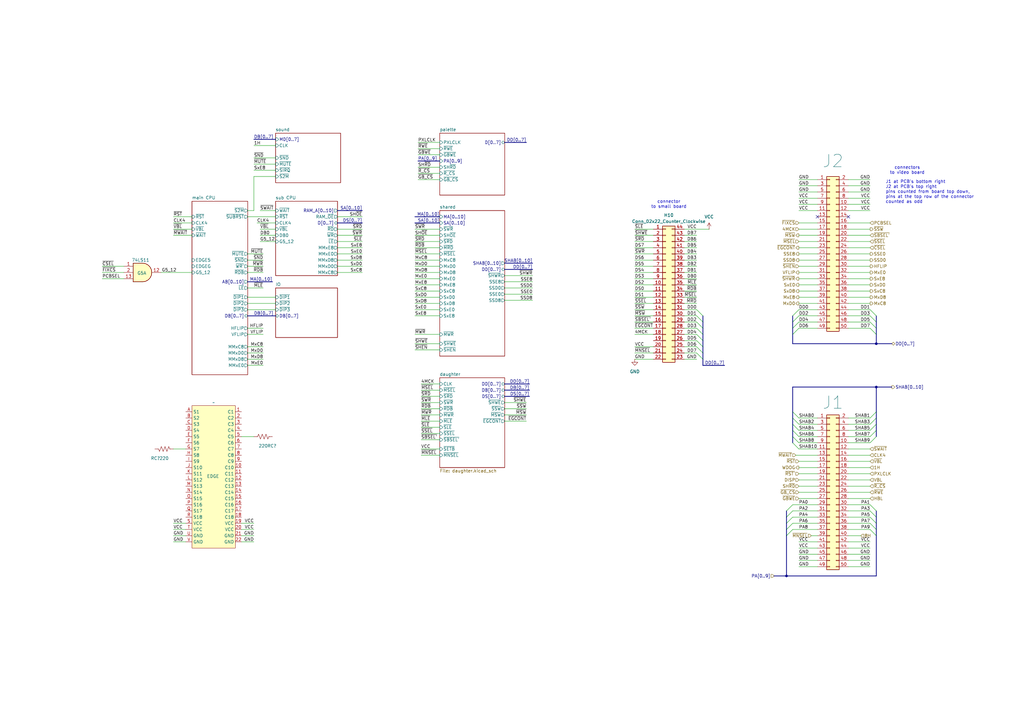
<source format=kicad_sch>
(kicad_sch (version 20231120) (generator "eeschema") (generator_version "8.0")
  (paper "A3")
  (title_block (date "2024-10-12") (company "JOTEGO") (comment 1 "Jose Tejada"))
  (lib_symbols
    (symbol "Connector_Generic:Conn_02x22_Counter_Clockwise" (pin_names (offset 1.016) hide)
      (property "Reference" "J" (at 1.27 27.94 0))
      (property "Value" "Conn_02x22_Counter_Clockwise" (at 1.27 -30.48 0))
      (symbol "Conn_02x22_Counter_Clockwise_1_1"
        (pin passive line (at -5.08 25.4 0) (length 3.81) (name "Pin_1") (number "1"))
        (pin passive line (at -5.08 2.54 0) (length 3.81) (name "Pin_10") (number "10"))
        (pin passive line (at -5.08 0 0) (length 3.81) (name "Pin_11") (number "11"))
        (pin passive line (at -5.08 -2.54 0) (length 3.81) (name "Pin_12") (number "12"))
        (pin passive line (at -5.08 -5.08 0) (length 3.81) (name "Pin_13") (number "13"))
        (pin passive line (at -5.08 -7.62 0) (length 3.81) (name "Pin_14") (number "14"))
        (pin passive line (at -5.08 -10.16 0) (length 3.81) (name "Pin_15") (number "15"))
        (pin passive line (at -5.08 -12.7 0) (length 3.81) (name "Pin_16") (number "16"))
        (pin passive line (at -5.08 -15.24 0) (length 3.81) (name "Pin_17") (number "17"))
        (pin passive line (at -5.08 -17.78 0) (length 3.81) (name "Pin_18") (number "18"))
        (pin passive line (at -5.08 -20.32 0) (length 3.81) (name "Pin_19") (number "19"))
        (pin passive line (at -5.08 22.86 0) (length 3.81) (name "Pin_2") (number "2"))
        (pin passive line (at -5.08 -22.86 0) (length 3.81) (name "Pin_20") (number "20"))
        (pin passive line (at -5.08 -25.4 0) (length 3.81) (name "Pin_21") (number "21"))
        (pin passive line (at -5.08 -27.94 0) (length 3.81) (name "Pin_22") (number "22"))
        (pin passive line (at 7.62 -27.94 180) (length 3.81) (name "Pin_23") (number "23"))
        (pin passive line (at 7.62 -25.4 180) (length 3.81) (name "Pin_24") (number "24"))
        (pin passive line (at 7.62 -22.86 180) (length 3.81) (name "Pin_25") (number "25"))
        (pin passive line (at 7.62 -20.32 180) (length 3.81) (name "Pin_26") (number "26"))
        (pin passive line (at 7.62 -17.78 180) (length 3.81) (name "Pin_27") (number "27"))
        (pin passive line (at 7.62 -15.24 180) (length 3.81) (name "Pin_28") (number "28"))
        (pin passive line (at 7.62 -12.7 180) (length 3.81) (name "Pin_29") (number "29"))
        (pin passive line (at -5.08 20.32 0) (length 3.81) (name "Pin_3") (number "3"))
        (pin passive line (at 7.62 -10.16 180) (length 3.81) (name "Pin_30") (number "30"))
        (pin passive line (at 7.62 -7.62 180) (length 3.81) (name "Pin_31") (number "31"))
        (pin passive line (at 7.62 -5.08 180) (length 3.81) (name "Pin_32") (number "32"))
        (pin passive line (at 7.62 -2.54 180) (length 3.81) (name "Pin_33") (number "33"))
        (pin passive line (at 7.62 0 180) (length 3.81) (name "Pin_34") (number "34"))
        (pin passive line (at 7.62 2.54 180) (length 3.81) (name "Pin_35") (number "35"))
        (pin passive line (at 7.62 5.08 180) (length 3.81) (name "Pin_36") (number "36"))
        (pin passive line (at 7.62 7.62 180) (length 3.81) (name "Pin_37") (number "37"))
        (pin passive line (at 7.62 10.16 180) (length 3.81) (name "Pin_38") (number "38"))
        (pin passive line (at 7.62 12.7 180) (length 3.81) (name "Pin_39") (number "39"))
        (pin passive line (at -5.08 17.78 0) (length 3.81) (name "Pin_4") (number "4"))
        (pin passive line (at 7.62 15.24 180) (length 3.81) (name "Pin_40") (number "40"))
        (pin passive line (at 7.62 17.78 180) (length 3.81) (name "Pin_41") (number "41"))
        (pin passive line (at 7.62 20.32 180) (length 3.81) (name "Pin_42") (number "42"))
        (pin passive line (at 7.62 22.86 180) (length 3.81) (name "Pin_43") (number "43"))
        (pin passive line (at 7.62 25.4 180) (length 3.81) (name "Pin_44") (number "44"))
        (pin passive line (at -5.08 15.24 0) (length 3.81) (name "Pin_5") (number "5"))
        (pin passive line (at -5.08 12.7 0) (length 3.81) (name "Pin_6") (number "6"))
        (pin passive line (at -5.08 10.16 0) (length 3.81) (name "Pin_7") (number "7"))
        (pin passive line (at -5.08 7.62 0) (length 3.81) (name "Pin_8") (number "8"))
        (pin passive line (at -5.08 5.08 0) (length 3.81) (name "Pin_9") (number "9"))
      )
    )
    (symbol "Connector_Generic:Conn_02x25_Odd_Even" (pin_names (offset 1.016) hide)
      (property "Reference" "J" (at 1.27 33.02 0))
      (property "Value" "Conn_02x25_Odd_Even" (at 1.27 -33.02 0))
      (symbol "Conn_02x25_Odd_Even_1_1"
        (pin passive line (at -5.08 30.48 0) (length 3.81) (name "Pin_1") (number "1"))
        (pin passive line (at 7.62 20.32 180) (length 3.81) (name "Pin_10") (number "10"))
        (pin passive line (at -5.08 17.78 0) (length 3.81) (name "Pin_11") (number "11"))
        (pin passive line (at 7.62 17.78 180) (length 3.81) (name "Pin_12") (number "12"))
        (pin passive line (at -5.08 15.24 0) (length 3.81) (name "Pin_13") (number "13"))
        (pin passive line (at 7.62 15.24 180) (length 3.81) (name "Pin_14") (number "14"))
        (pin passive line (at -5.08 12.7 0) (length 3.81) (name "Pin_15") (number "15"))
        (pin passive line (at 7.62 12.7 180) (length 3.81) (name "Pin_16") (number "16"))
        (pin passive line (at -5.08 10.16 0) (length 3.81) (name "Pin_17") (number "17"))
        (pin passive line (at 7.62 10.16 180) (length 3.81) (name "Pin_18") (number "18"))
        (pin passive line (at -5.08 7.62 0) (length 3.81) (name "Pin_19") (number "19"))
        (pin passive line (at 7.62 30.48 180) (length 3.81) (name "Pin_2") (number "2"))
        (pin passive line (at 7.62 7.62 180) (length 3.81) (name "Pin_20") (number "20"))
        (pin passive line (at -5.08 5.08 0) (length 3.81) (name "Pin_21") (number "21"))
        (pin passive line (at 7.62 5.08 180) (length 3.81) (name "Pin_22") (number "22"))
        (pin passive line (at -5.08 2.54 0) (length 3.81) (name "Pin_23") (number "23"))
        (pin passive line (at 7.62 2.54 180) (length 3.81) (name "Pin_24") (number "24"))
        (pin passive line (at -5.08 0 0) (length 3.81) (name "Pin_25") (number "25"))
        (pin passive line (at 7.62 0 180) (length 3.81) (name "Pin_26") (number "26"))
        (pin passive line (at -5.08 -2.54 0) (length 3.81) (name "Pin_27") (number "27"))
        (pin passive line (at 7.62 -2.54 180) (length 3.81) (name "Pin_28") (number "28"))
        (pin passive line (at -5.08 -5.08 0) (length 3.81) (name "Pin_29") (number "29"))
        (pin passive line (at -5.08 27.94 0) (length 3.81) (name "Pin_3") (number "3"))
        (pin passive line (at 7.62 -5.08 180) (length 3.81) (name "Pin_30") (number "30"))
        (pin passive line (at -5.08 -7.62 0) (length 3.81) (name "Pin_31") (number "31"))
        (pin passive line (at 7.62 -7.62 180) (length 3.81) (name "Pin_32") (number "32"))
        (pin passive line (at -5.08 -10.16 0) (length 3.81) (name "Pin_33") (number "33"))
        (pin passive line (at 7.62 -10.16 180) (length 3.81) (name "Pin_34") (number "34"))
        (pin passive line (at -5.08 -12.7 0) (length 3.81) (name "Pin_35") (number "35"))
        (pin passive line (at 7.62 -12.7 180) (length 3.81) (name "Pin_36") (number "36"))
        (pin passive line (at -5.08 -15.24 0) (length 3.81) (name "Pin_37") (number "37"))
        (pin passive line (at 7.62 -15.24 180) (length 3.81) (name "Pin_38") (number "38"))
        (pin passive line (at -5.08 -17.78 0) (length 3.81) (name "Pin_39") (number "39"))
        (pin passive line (at 7.62 27.94 180) (length 3.81) (name "Pin_4") (number "4"))
        (pin passive line (at 7.62 -17.78 180) (length 3.81) (name "Pin_40") (number "40"))
        (pin passive line (at -5.08 -20.32 0) (length 3.81) (name "Pin_41") (number "41"))
        (pin passive line (at 7.62 -20.32 180) (length 3.81) (name "Pin_42") (number "42"))
        (pin passive line (at -5.08 -22.86 0) (length 3.81) (name "Pin_43") (number "43"))
        (pin passive line (at 7.62 -22.86 180) (length 3.81) (name "Pin_44") (number "44"))
        (pin passive line (at -5.08 -25.4 0) (length 3.81) (name "Pin_45") (number "45"))
        (pin passive line (at 7.62 -25.4 180) (length 3.81) (name "Pin_46") (number "46"))
        (pin passive line (at -5.08 -27.94 0) (length 3.81) (name "Pin_47") (number "47"))
        (pin passive line (at 7.62 -27.94 180) (length 3.81) (name "Pin_48") (number "48"))
        (pin passive line (at -5.08 -30.48 0) (length 3.81) (name "Pin_49") (number "49"))
        (pin passive line (at -5.08 25.4 0) (length 3.81) (name "Pin_5") (number "5"))
        (pin passive line (at 7.62 -30.48 180) (length 3.81) (name "Pin_50") (number "50"))
        (pin passive line (at 7.62 25.4 180) (length 3.81) (name "Pin_6") (number "6"))
        (pin passive line (at -5.08 22.86 0) (length 3.81) (name "Pin_7") (number "7"))
        (pin passive line (at 7.62 22.86 180) (length 3.81) (name "Pin_8") (number "8"))
        (pin passive line (at -5.08 20.32 0) (length 3.81) (name "Pin_9") (number "9"))
      )
    )
    (symbol "Device:R_US" (pin_numbers hide) (pin_names (offset 0))
      (property "Reference" "R" (at 2.54 0 90))
      (property "Value" "R_US" (at -2.54 0 90))
      (symbol "R_US_1_1"
        (pin passive line (at 0 3.81 270) (length 1.27) (name "~") (number "1"))
        (pin passive line (at 0 -3.81 90) (length 1.27) (name "~") (number "2"))
      )
    )
    (symbol "jt74:74LS11" (pin_names (offset 1.016))
      (property "Reference" "U" (at 0 1.27 0))
      (property "Value" "74LS11" (at 0 -1.27 0))
      (symbol "74LS11_1_1"
        (pin input line (at -7.62 2.54 0) (length 3.81) (name "~") (number "1"))
        (pin output line (at 7.62 0 180) (length 3.81) (name "~") (number "12"))
        (pin input line (at -7.62 -2.54 0) (length 3.81) (name "~") (number "13"))
        (pin input line (at -7.62 0 0) (length 3.81) (name "~") (number "2"))
      )
      (symbol "74LS11_1_2"
        (pin input inverted (at -7.62 2.54 0) (length 4.318) (name "~") (number "1"))
        (pin output inverted (at 7.62 0 180) (length 3.81) (name "~") (number "12"))
        (pin input inverted (at -7.62 -2.54 0) (length 4.318) (name "~") (number "13"))
        (pin input inverted (at -7.62 0 0) (length 4.953) (name "~") (number "2"))
      )
      (symbol "74LS11_2_1"
        (pin input line (at -7.62 2.54 0) (length 3.81) (name "~") (number "3"))
        (pin input line (at -7.62 0 0) (length 3.81) (name "~") (number "4"))
        (pin input line (at -7.62 -2.54 0) (length 3.81) (name "~") (number "5"))
        (pin output line (at 7.62 0 180) (length 3.81) (name "~") (number "6"))
      )
      (symbol "74LS11_2_2"
        (pin input inverted (at -7.62 2.54 0) (length 4.318) (name "~") (number "3"))
        (pin input inverted (at -7.62 0 0) (length 4.953) (name "~") (number "4"))
        (pin input inverted (at -7.62 -2.54 0) (length 4.318) (name "~") (number "5"))
        (pin output inverted (at 7.62 0 180) (length 3.81) (name "~") (number "6"))
      )
      (symbol "74LS11_3_1"
        (pin input line (at -7.62 0 0) (length 3.81) (name "~") (number "10"))
        (pin input line (at -7.62 -2.54 0) (length 3.81) (name "~") (number "11"))
        (pin output line (at 7.62 0 180) (length 3.81) (name "~") (number "8"))
        (pin input line (at -7.62 2.54 0) (length 3.81) (name "~") (number "9"))
      )
      (symbol "74LS11_3_2"
        (pin input inverted (at -7.62 0 0) (length 4.953) (name "~") (number "10"))
        (pin input inverted (at -7.62 -2.54 0) (length 4.318) (name "~") (number "11"))
        (pin output inverted (at 7.62 0 180) (length 3.81) (name "~") (number "8"))
        (pin input inverted (at -7.62 2.54 0) (length 4.318) (name "~") (number "9"))
      )
      (symbol "74LS11_4_0"
        (pin input line (at 0 12.7 270) (length 5.08) hide (name "VCC") (number "14"))
        (pin input line (at 0 -12.7 90) (length 5.08) hide (name "GND") (number "7"))
      )
    )
    (symbol "power:GND" (power) (pin_numbers hide) (pin_names (offset 0) hide)
      (property "Value" "GND" (at 0 -3.81 0))
      (symbol "GND_1_1"
        (pin power_in line (at 0 0 270) (length 0) (name "~") (number "1"))
      )
    )
    (symbol "power:VCC" (power) (pin_numbers hide) (pin_names (offset 0) hide)
      (property "Value" "VCC" (at 0 3.556 0))
      (symbol "VCC_1_1"
        (pin power_in line (at 0 0 90) (length 0) (name "~") (number "1"))
      )
    )
    (symbol "tehkan:edge" (in_bom no)
      (property "Reference" "E" (at 0 0 0))
      (symbol "edge_1_1"
        (pin passive line (at 11.43 26.67 180) (length 2.54) (name "C1") (number "1"))
        (pin passive line (at 11.43 3.81 180) (length 2.54) (name "C10") (number "10"))
        (pin passive line (at 11.43 1.27 180) (length 2.54) (name "C11") (number "11"))
        (pin passive line (at 11.43 -1.27 180) (length 2.54) (name "C12") (number "12"))
        (pin passive line (at 11.43 -3.81 180) (length 2.54) (name "C13") (number "13"))
        (pin passive line (at 11.43 -6.35 180) (length 2.54) (name "C14") (number "14"))
        (pin passive line (at 11.43 -8.89 180) (length 2.54) (name "C15") (number "15"))
        (pin passive line (at 11.43 -11.43 180) (length 2.54) (name "C16") (number "16"))
        (pin passive line (at 11.43 -13.97 180) (length 2.54) (name "C17") (number "17"))
        (pin passive line (at 11.43 -16.51 180) (length 2.54) (name "C18") (number "18"))
        (pin passive line (at 11.43 -19.05 180) (length 2.54) (name "VCC") (number "19"))
        (pin passive line (at 11.43 24.13 180) (length 2.54) (name "C2") (number "2"))
        (pin power_out line (at 11.43 -21.59 180) (length 2.54) (name "VCC") (number "20"))
        (pin passive line (at 11.43 -24.13 180) (length 2.54) (name "GND") (number "21"))
        (pin power_out line (at 11.43 -26.67 180) (length 2.54) (name "GND") (number "22"))
        (pin passive line (at 11.43 21.59 180) (length 2.54) (name "C3") (number "3"))
        (pin passive line (at 11.43 19.05 180) (length 2.54) (name "C4") (number "4"))
        (pin passive line (at 11.43 16.51 180) (length 2.54) (name "C5") (number "5"))
        (pin passive line (at 11.43 13.97 180) (length 2.54) (name "C6") (number "6"))
        (pin passive line (at 11.43 11.43 180) (length 2.54) (name "C7") (number "7"))
        (pin passive line (at 11.43 8.89 180) (length 2.54) (name "C8") (number "8"))
        (pin passive line (at 11.43 6.35 180) (length 2.54) (name "C9") (number "9"))
        (pin passive line (at -11.43 26.67 0) (length 2.54) (name "S1") (number "A"))
        (pin passive line (at -11.43 24.13 0) (length 2.54) (name "S2") (number "B"))
        (pin passive line (at -11.43 21.59 0) (length 2.54) (name "S3") (number "C"))
        (pin passive line (at -11.43 19.05 0) (length 2.54) (name "S4") (number "D"))
        (pin passive line (at -11.43 16.51 0) (length 2.54) (name "S5") (number "E"))
        (pin passive line (at -11.43 13.97 0) (length 2.54) (name "S6") (number "F"))
        (pin passive line (at -11.43 11.43 0) (length 2.54) (name "S7") (number "G"))
        (pin passive line (at -11.43 8.89 0) (length 2.54) (name "S8") (number "H"))
        (pin passive line (at -11.43 6.35 0) (length 2.54) (name "S9") (number "I"))
        (pin passive line (at -11.43 3.81 0) (length 2.54) (name "S10") (number "J"))
        (pin passive line (at -11.43 1.27 0) (length 2.54) (name "S11") (number "K"))
        (pin passive line (at -11.43 -1.27 0) (length 2.54) (name "S12") (number "L"))
        (pin passive line (at -11.43 -3.81 0) (length 2.54) (name "S13") (number "M"))
        (pin passive line (at -11.43 -6.35 0) (length 2.54) (name "S14") (number "N"))
        (pin passive line (at -11.43 -8.89 0) (length 2.54) (name "S15") (number "O"))
        (pin passive line (at -11.43 -11.43 0) (length 2.54) (name "S16") (number "P"))
        (pin passive line (at -11.43 -13.97 0) (length 2.54) (name "S17") (number "Q"))
        (pin passive line (at -11.43 -16.51 0) (length 2.54) (name "S18") (number "R"))
        (pin passive line (at -11.43 -19.05 0) (length 2.54) (name "VCC") (number "S"))
        (pin passive line (at -11.43 -21.59 0) (length 2.54) (name "VCC") (number "T"))
        (pin passive line (at -11.43 -24.13 0) (length 2.54) (name "GND") (number "U"))
        (pin passive line (at -11.43 -26.67 0) (length 2.54) (name "GND") (number "V"))
      )
    )
  )
  (junction (at 359.41 158.75))
  (junction (at 359.41 140.97))
  (junction (at 322.58 236.22))
  (no_connect (at 335.28 88.9))
  (no_connect (at 347.98 88.9))
  (bus_entry (at 325.12 217.17) (size -2.54 2.54))
  (bus_entry (at 356.87 212.09) (size 2.54 2.54))
  (bus_entry (at 327.66 132.08) (size -2.54 2.54))
  (bus_entry (at 325.12 173.99) (size 2.54 2.54))
  (bus_entry (at 285.75 139.7) (size 2.54 2.54))
  (bus_entry (at 359.41 176.53) (size -2.54 2.54))
  (bus_entry (at 327.66 129.54) (size -2.54 2.54))
  (bus_entry (at 356.87 209.55) (size 2.54 2.54))
  (bus_entry (at 356.87 129.54) (size 2.54 2.54))
  (bus_entry (at 285.75 142.24) (size 2.54 2.54))
  (bus_entry (at 356.87 207.01) (size 2.54 2.54))
  (bus_entry (at 325.12 179.07) (size 2.54 2.54))
  (bus_entry (at 325.12 209.55) (size -2.54 2.54))
  (bus_entry (at 327.66 127) (size -2.54 2.54))
  (bus_entry (at 327.66 134.62) (size -2.54 2.54))
  (bus_entry (at 359.41 179.07) (size -2.54 2.54))
  (bus_entry (at 325.12 168.91) (size 2.54 2.54))
  (bus_entry (at 325.12 171.45) (size 2.54 2.54))
  (bus_entry (at 285.75 137.16) (size 2.54 2.54))
  (bus_entry (at 285.75 127) (size 2.54 2.54))
  (bus_entry (at 356.87 132.08) (size 2.54 2.54))
  (bus_entry (at 359.41 173.99) (size -2.54 2.54))
  (bus_entry (at 325.12 212.09) (size -2.54 2.54))
  (bus_entry (at 325.12 207.01) (size -2.54 2.54))
  (bus_entry (at 325.12 214.63) (size -2.54 2.54))
  (bus_entry (at 285.75 134.62) (size 2.54 2.54))
  (bus_entry (at 356.87 127) (size 2.54 2.54))
  (bus_entry (at 285.75 129.54) (size 2.54 2.54))
  (bus_entry (at 359.41 171.45) (size -2.54 2.54))
  (bus_entry (at 325.12 176.53) (size 2.54 2.54))
  (bus_entry (at 325.12 181.61) (size 2.54 2.54))
  (bus_entry (at 285.75 132.08) (size 2.54 2.54))
  (bus_entry (at 285.75 144.78) (size 2.54 2.54))
  (bus_entry (at 356.87 217.17) (size 2.54 2.54))
  (bus_entry (at 356.87 214.63) (size 2.54 2.54))
  (bus_entry (at 359.41 168.91) (size -2.54 2.54))
  (bus_entry (at 356.87 134.62) (size 2.54 2.54))
  (wire (pts (xy 327.66 78.74) (xy 335.28 78.74)))
  (bus (pts (xy 359.41 134.62) (xy 359.41 137.16)))
  (wire (pts (xy 172.72 180.34) (xy 180.34 180.34)))
  (bus (pts (xy 207.01 58.42) (xy 215.9 58.42)))
  (wire (pts (xy 327.66 116.84) (xy 335.28 116.84)))
  (wire (pts (xy 327.66 93.98) (xy 335.28 93.98)))
  (wire (pts (xy 327.66 173.99) (xy 335.28 173.99)))
  (bus (pts (xy 207.01 157.48) (xy 217.17 157.48)))
  (wire (pts (xy 172.72 162.56) (xy 180.34 162.56)))
  (wire (pts (xy 260.35 124.46) (xy 267.97 124.46)))
  (wire (pts (xy 172.72 160.02) (xy 180.34 160.02)))
  (wire (pts (xy 170.18 116.84) (xy 180.34 116.84)))
  (bus (pts (xy 101.6 129.54) (xy 113.03 129.54)))
  (wire (pts (xy 347.98 134.62) (xy 356.87 134.62)))
  (wire (pts (xy 325.12 207.01) (xy 335.28 207.01)))
  (wire (pts (xy 260.35 134.62) (xy 267.97 134.62)))
  (wire (pts (xy 327.66 124.46) (xy 335.28 124.46)))
  (wire (pts (xy 170.18 127) (xy 180.34 127)))
  (wire (pts (xy 171.45 63.5) (xy 180.34 63.5)))
  (wire (pts (xy 327.66 181.61) (xy 335.28 181.61)))
  (wire (pts (xy 41.91 111.76) (xy 50.8 111.76)))
  (wire (pts (xy 356.87 86.36) (xy 347.98 86.36)))
  (wire (pts (xy 207.01 123.19) (xy 218.44 123.19)))
  (wire (pts (xy 260.35 116.84) (xy 267.97 116.84)))
  (wire (pts (xy 327.66 227.33) (xy 335.28 227.33)))
  (bus (pts (xy 359.41 176.53) (xy 359.41 179.07)))
  (bus (pts (xy 207.01 107.95) (xy 218.44 107.95)))
  (wire (pts (xy 66.04 111.76) (xy 78.74 111.76)))
  (bus (pts (xy 322.58 236.22) (xy 359.41 236.22)))
  (wire (pts (xy 76.2 219.71) (xy 71.12 219.71)))
  (bus (pts (xy 322.58 209.55) (xy 322.58 212.09)))
  (wire (pts (xy 327.66 194.31) (xy 335.28 194.31)))
  (bus (pts (xy 359.41 140.97) (xy 365.76 140.97)))
  (wire (pts (xy 325.12 212.09) (xy 335.28 212.09)))
  (wire (pts (xy 260.35 142.24) (xy 267.97 142.24)))
  (wire (pts (xy 101.6 144.78) (xy 107.95 144.78)))
  (wire (pts (xy 170.18 101.6) (xy 180.34 101.6)))
  (wire (pts (xy 76.2 222.25) (xy 71.12 222.25)))
  (wire (pts (xy 104.14 69.85) (xy 113.03 69.85)))
  (wire (pts (xy 260.35 129.54) (xy 267.97 129.54)))
  (bus (pts (xy 365.76 158.75) (xy 359.41 158.75)))
  (wire (pts (xy 327.66 184.15) (xy 335.28 184.15)))
  (wire (pts (xy 280.67 144.78) (xy 285.75 144.78)))
  (wire (pts (xy 327.66 106.68) (xy 335.28 106.68)))
  (wire (pts (xy 170.18 143.51) (xy 180.34 143.51)))
  (wire (pts (xy 76.2 217.17) (xy 71.12 217.17)))
  (wire (pts (xy 260.35 127) (xy 267.97 127)))
  (wire (pts (xy 280.67 132.08) (xy 285.75 132.08)))
  (wire (pts (xy 138.43 88.9) (xy 148.59 88.9)))
  (wire (pts (xy 260.35 121.92) (xy 267.97 121.92)))
  (wire (pts (xy 101.6 88.9) (xy 113.03 88.9)))
  (wire (pts (xy 347.98 119.38) (xy 356.87 119.38)))
  (wire (pts (xy 280.67 99.06) (xy 285.75 99.06)))
  (wire (pts (xy 172.72 170.18) (xy 180.34 170.18)))
  (wire (pts (xy 347.98 232.41) (xy 356.87 232.41)))
  (wire (pts (xy 327.66 101.6) (xy 335.28 101.6)))
  (wire (pts (xy 347.98 191.77) (xy 356.87 191.77)))
  (wire (pts (xy 138.43 104.14) (xy 148.59 104.14)))
  (wire (pts (xy 170.18 124.46) (xy 180.34 124.46)))
  (wire (pts (xy 101.6 149.86) (xy 107.95 149.86)))
  (bus (pts (xy 207.01 160.02) (xy 217.17 160.02)))
  (wire (pts (xy 170.18 140.97) (xy 180.34 140.97)))
  (wire (pts (xy 101.6 142.24) (xy 107.95 142.24)))
  (wire (pts (xy 327.66 76.2) (xy 335.28 76.2)))
  (wire (pts (xy 347.98 176.53) (xy 356.87 176.53)))
  (wire (pts (xy 347.98 219.71) (xy 353.06 219.71)))
  (wire (pts (xy 280.67 93.98) (xy 290.83 93.98)))
  (wire (pts (xy 347.98 124.46) (xy 356.87 124.46)))
  (wire (pts (xy 280.67 119.38) (xy 285.75 119.38)))
  (wire (pts (xy 347.98 184.15) (xy 356.87 184.15)))
  (wire (pts (xy 280.67 142.24) (xy 285.75 142.24)))
  (wire (pts (xy 207.01 170.18) (xy 215.9 170.18)))
  (bus (pts (xy 325.12 168.91) (xy 325.12 158.75)))
  (wire (pts (xy 280.67 106.68) (xy 285.75 106.68)))
  (bus (pts (xy 359.41 171.45) (xy 359.41 173.99)))
  (wire (pts (xy 280.67 104.14) (xy 285.75 104.14)))
  (wire (pts (xy 172.72 175.26) (xy 180.34 175.26)))
  (wire (pts (xy 260.35 111.76) (xy 267.97 111.76)))
  (wire (pts (xy 172.72 165.1) (xy 180.34 165.1)))
  (wire (pts (xy 347.98 96.52) (xy 356.87 96.52)))
  (wire (pts (xy 347.98 109.22) (xy 356.87 109.22)))
  (bus (pts (xy 322.58 214.63) (xy 322.58 217.17)))
  (wire (pts (xy 326.39 186.69) (xy 335.28 186.69)))
  (wire (pts (xy 260.35 119.38) (xy 267.97 119.38)))
  (wire (pts (xy 99.06 217.17) (xy 104.14 217.17)))
  (wire (pts (xy 71.12 88.9) (xy 78.74 88.9)))
  (wire (pts (xy 99.06 219.71) (xy 104.14 219.71)))
  (bus (pts (xy 325.12 140.97) (xy 359.41 140.97)))
  (wire (pts (xy 171.45 71.12) (xy 180.34 71.12)))
  (wire (pts (xy 327.66 111.76) (xy 335.28 111.76)))
  (wire (pts (xy 101.6 124.46) (xy 113.03 124.46)))
  (wire (pts (xy 104.14 59.69) (xy 113.03 59.69)))
  (wire (pts (xy 327.66 129.54) (xy 335.28 129.54)))
  (wire (pts (xy 138.43 96.52) (xy 148.59 96.52)))
  (bus (pts (xy 325.12 179.07) (xy 325.12 176.53)))
  (wire (pts (xy 170.18 106.68) (xy 180.34 106.68)))
  (wire (pts (xy 260.35 144.78) (xy 267.97 144.78)))
  (wire (pts (xy 327.66 232.41) (xy 335.28 232.41)))
  (wire (pts (xy 327.66 224.79) (xy 335.28 224.79)))
  (wire (pts (xy 260.35 101.6) (xy 267.97 101.6)))
  (wire (pts (xy 71.12 96.52) (xy 78.74 96.52)))
  (wire (pts (xy 101.6 111.76) (xy 107.95 111.76)))
  (wire (pts (xy 207.01 167.64) (xy 215.9 167.64)))
  (wire (pts (xy 332.74 219.71) (xy 335.28 219.71)))
  (wire (pts (xy 260.35 96.52) (xy 267.97 96.52)))
  (wire (pts (xy 138.43 101.6) (xy 148.59 101.6)))
  (wire (pts (xy 99.06 179.07) (xy 104.14 179.07)))
  (bus (pts (xy 288.29 134.62) (xy 288.29 137.16)))
  (wire (pts (xy 101.6 147.32) (xy 107.95 147.32)))
  (wire (pts (xy 101.6 118.11) (xy 107.95 118.11)))
  (bus (pts (xy 288.29 129.54) (xy 288.29 132.08)))
  (wire (pts (xy 280.67 96.52) (xy 285.75 96.52)))
  (wire (pts (xy 325.12 214.63) (xy 335.28 214.63)))
  (wire (pts (xy 327.66 222.25) (xy 335.28 222.25)))
  (bus (pts (xy 101.6 115.57) (xy 111.76 115.57)))
  (wire (pts (xy 172.72 184.15) (xy 180.34 184.15)))
  (wire (pts (xy 347.98 111.76) (xy 356.87 111.76)))
  (wire (pts (xy 347.98 76.2) (xy 356.87 76.2)))
  (wire (pts (xy 170.18 119.38) (xy 180.34 119.38)))
  (wire (pts (xy 280.67 114.3) (xy 285.75 114.3)))
  (wire (pts (xy 347.98 91.44) (xy 356.87 91.44)))
  (wire (pts (xy 356.87 224.79) (xy 347.98 224.79)))
  (wire (pts (xy 347.98 121.92) (xy 356.87 121.92)))
  (wire (pts (xy 172.72 167.64) (xy 180.34 167.64)))
  (bus (pts (xy 171.45 66.04) (xy 180.34 66.04)))
  (wire (pts (xy 347.98 186.69) (xy 356.87 186.69)))
  (wire (pts (xy 207.01 115.57) (xy 218.44 115.57)))
  (wire (pts (xy 106.68 93.98) (xy 113.03 93.98)))
  (wire (pts (xy 101.6 104.14) (xy 107.95 104.14)))
  (bus (pts (xy 322.58 212.09) (xy 322.58 214.63)))
  (wire (pts (xy 347.98 179.07) (xy 356.87 179.07)))
  (wire (pts (xy 327.66 81.28) (xy 335.28 81.28)))
  (wire (pts (xy 327.66 204.47) (xy 335.28 204.47)))
  (wire (pts (xy 138.43 106.68) (xy 148.59 106.68)))
  (bus (pts (xy 207.01 110.49) (xy 218.44 110.49)))
  (wire (pts (xy 280.67 124.46) (xy 285.75 124.46)))
  (wire (pts (xy 207.01 113.03) (xy 218.44 113.03)))
  (bus (pts (xy 359.41 132.08) (xy 359.41 134.62)))
  (wire (pts (xy 347.98 229.87) (xy 356.87 229.87)))
  (wire (pts (xy 170.18 104.14) (xy 180.34 104.14)))
  (wire (pts (xy 207.01 120.65) (xy 218.44 120.65)))
  (wire (pts (xy 170.18 111.76) (xy 180.34 111.76)))
  (wire (pts (xy 347.98 132.08) (xy 356.87 132.08)))
  (wire (pts (xy 356.87 83.82) (xy 347.98 83.82)))
  (wire (pts (xy 280.67 134.62) (xy 285.75 134.62)))
  (wire (pts (xy 101.6 121.92) (xy 113.03 121.92)))
  (wire (pts (xy 101.6 134.62) (xy 107.95 134.62)))
  (wire (pts (xy 347.98 227.33) (xy 356.87 227.33)))
  (wire (pts (xy 327.66 73.66) (xy 335.28 73.66)))
  (bus (pts (xy 170.18 91.44) (xy 180.34 91.44)))
  (wire (pts (xy 170.18 93.98) (xy 180.34 93.98)))
  (wire (pts (xy 76.2 214.63) (xy 71.12 214.63)))
  (wire (pts (xy 327.66 83.82) (xy 335.28 83.82)))
  (wire (pts (xy 347.98 217.17) (xy 356.87 217.17)))
  (bus (pts (xy 207.01 162.56) (xy 217.17 162.56)))
  (wire (pts (xy 170.18 99.06) (xy 180.34 99.06)))
  (wire (pts (xy 347.98 214.63) (xy 356.87 214.63)))
  (wire (pts (xy 347.98 101.6) (xy 356.87 101.6)))
  (wire (pts (xy 71.12 91.44) (xy 78.74 91.44)))
  (bus (pts (xy 322.58 219.71) (xy 322.58 236.22)))
  (wire (pts (xy 347.98 106.68) (xy 356.87 106.68)))
  (wire (pts (xy 327.66 132.08) (xy 335.28 132.08)))
  (wire (pts (xy 260.35 99.06) (xy 267.97 99.06)))
  (wire (pts (xy 280.67 129.54) (xy 285.75 129.54)))
  (wire (pts (xy 170.18 96.52) (xy 180.34 96.52)))
  (wire (pts (xy 327.66 96.52) (xy 335.28 96.52)))
  (wire (pts (xy 138.43 99.06) (xy 148.59 99.06)))
  (wire (pts (xy 171.45 60.96) (xy 180.34 60.96)))
  (wire (pts (xy 138.43 109.22) (xy 148.59 109.22)))
  (wire (pts (xy 285.75 147.32) (xy 280.67 147.32)))
  (wire (pts (xy 280.67 127) (xy 285.75 127)))
  (wire (pts (xy 327.66 91.44) (xy 335.28 91.44)))
  (wire (pts (xy 347.98 209.55) (xy 356.87 209.55)))
  (wire (pts (xy 327.66 104.14) (xy 335.28 104.14)))
  (wire (pts (xy 327.66 99.06) (xy 335.28 99.06)))
  (wire (pts (xy 260.35 106.68) (xy 267.97 106.68)))
  (wire (pts (xy 347.98 212.09) (xy 356.87 212.09)))
  (bus (pts (xy 288.29 142.24) (xy 288.29 144.78)))
  (wire (pts (xy 106.68 86.36) (xy 113.03 86.36)))
  (bus (pts (xy 325.12 158.75) (xy 359.41 158.75)))
  (wire (pts (xy 106.68 96.52) (xy 113.03 96.52)))
  (wire (pts (xy 207.01 172.72) (xy 215.9 172.72)))
  (bus (pts (xy 325.12 137.16) (xy 325.12 140.97)))
  (wire (pts (xy 101.6 86.36) (xy 104.14 86.36)))
  (wire (pts (xy 347.98 181.61) (xy 356.87 181.61)))
  (bus (pts (xy 359.41 217.17) (xy 359.41 219.71)))
  (bus (pts (xy 359.41 214.63) (xy 359.41 217.17)))
  (wire (pts (xy 347.98 189.23) (xy 356.87 189.23)))
  (bus (pts (xy 359.41 209.55) (xy 359.41 212.09)))
  (wire (pts (xy 327.66 201.93) (xy 335.28 201.93)))
  (wire (pts (xy 99.06 222.25) (xy 104.14 222.25)))
  (bus (pts (xy 288.29 149.86) (xy 297.18 149.86)))
  (wire (pts (xy 104.14 86.36) (xy 104.14 72.39)))
  (bus (pts (xy 138.43 86.36) (xy 148.59 86.36)))
  (wire (pts (xy 260.35 132.08) (xy 267.97 132.08)))
  (wire (pts (xy 327.66 196.85) (xy 335.28 196.85)))
  (wire (pts (xy 280.67 101.6) (xy 285.75 101.6)))
  (wire (pts (xy 41.91 114.3) (xy 50.8 114.3)))
  (wire (pts (xy 280.67 139.7) (xy 285.75 139.7)))
  (bus (pts (xy 359.41 129.54) (xy 359.41 132.08)))
  (bus (pts (xy 288.29 139.7) (xy 288.29 142.24)))
  (bus (pts (xy 325.12 132.08) (xy 325.12 134.62)))
  (bus (pts (xy 322.58 217.17) (xy 322.58 219.71)))
  (wire (pts (xy 327.66 199.39) (xy 335.28 199.39)))
  (wire (pts (xy 104.14 67.31) (xy 113.03 67.31)))
  (wire (pts (xy 171.45 73.66) (xy 180.34 73.66)))
  (wire (pts (xy 325.12 217.17) (xy 335.28 217.17)))
  (wire (pts (xy 347.98 201.93) (xy 356.87 201.93)))
  (wire (pts (xy 138.43 93.98) (xy 148.59 93.98)))
  (wire (pts (xy 347.98 116.84) (xy 356.87 116.84)))
  (wire (pts (xy 327.66 171.45) (xy 335.28 171.45)))
  (wire (pts (xy 172.72 157.48) (xy 180.34 157.48)))
  (wire (pts (xy 327.66 176.53) (xy 335.28 176.53)))
  (wire (pts (xy 347.98 127) (xy 356.87 127)))
  (wire (pts (xy 260.35 109.22) (xy 267.97 109.22)))
  (bus (pts (xy 359.41 212.09) (xy 359.41 214.63)))
  (wire (pts (xy 280.67 111.76) (xy 285.75 111.76)))
  (bus (pts (xy 104.14 57.15) (xy 113.03 57.15)))
  (wire (pts (xy 41.91 109.22) (xy 50.8 109.22)))
  (wire (pts (xy 280.67 116.84) (xy 285.75 116.84)))
  (wire (pts (xy 101.6 127) (xy 113.03 127)))
  (bus (pts (xy 288.29 147.32) (xy 288.29 149.86)))
  (bus (pts (xy 288.29 137.16) (xy 288.29 139.7)))
  (wire (pts (xy 327.66 189.23) (xy 335.28 189.23)))
  (bus (pts (xy 325.12 181.61) (xy 325.12 179.07)))
  (wire (pts (xy 170.18 137.16) (xy 180.34 137.16)))
  (wire (pts (xy 104.14 64.77) (xy 113.03 64.77)))
  (wire (pts (xy 104.14 72.39) (xy 113.03 72.39)))
  (wire (pts (xy 172.72 177.8) (xy 180.34 177.8)))
  (wire (pts (xy 101.6 106.68) (xy 107.95 106.68)))
  (wire (pts (xy 260.35 93.98) (xy 267.97 93.98)))
  (wire (pts (xy 170.18 121.92) (xy 180.34 121.92)))
  (bus (pts (xy 359.41 158.75) (xy 359.41 168.91)))
  (bus (pts (xy 359.41 219.71) (xy 359.41 236.22)))
  (wire (pts (xy 347.98 199.39) (xy 356.87 199.39)))
  (wire (pts (xy 327.66 134.62) (xy 335.28 134.62)))
  (wire (pts (xy 347.98 196.85) (xy 356.87 196.85)))
  (wire (pts (xy 171.45 68.58) (xy 180.34 68.58)))
  (wire (pts (xy 347.98 171.45) (xy 356.87 171.45)))
  (wire (pts (xy 327.66 86.36) (xy 335.28 86.36)))
  (wire (pts (xy 170.18 109.22) (xy 180.34 109.22)))
  (wire (pts (xy 207.01 118.11) (xy 218.44 118.11)))
  (wire (pts (xy 327.66 229.87) (xy 335.28 229.87)))
  (wire (pts (xy 76.2 184.15) (xy 71.12 184.15)))
  (wire (pts (xy 347.98 78.74) (xy 356.87 78.74)))
  (wire (pts (xy 327.66 121.92) (xy 335.28 121.92)))
  (wire (pts (xy 101.6 137.16) (xy 107.95 137.16)))
  (wire (pts (xy 327.66 191.77) (xy 335.28 191.77)))
  (bus (pts (xy 359.41 168.91) (xy 359.41 171.45)))
  (wire (pts (xy 101.6 109.22) (xy 107.95 109.22)))
  (wire (pts (xy 260.35 147.32) (xy 267.97 147.32)))
  (bus (pts (xy 359.41 137.16) (xy 359.41 140.97)))
  (bus (pts (xy 138.43 91.44) (xy 148.59 91.44)))
  (wire (pts (xy 347.98 129.54) (xy 356.87 129.54)))
  (wire (pts (xy 347.98 207.01) (xy 356.87 207.01)))
  (wire (pts (xy 327.66 114.3) (xy 335.28 114.3)))
  (wire (pts (xy 138.43 111.76) (xy 148.59 111.76)))
  (bus (pts (xy 325.12 129.54) (xy 325.12 132.08)))
  (wire (pts (xy 260.35 104.14) (xy 267.97 104.14)))
  (wire (pts (xy 207.01 165.1) (xy 215.9 165.1)))
  (wire (pts (xy 347.98 104.14) (xy 356.87 104.14)))
  (wire (pts (xy 99.06 214.63) (xy 104.14 214.63)))
  (wire (pts (xy 106.68 99.06) (xy 113.03 99.06)))
  (wire (pts (xy 105.41 91.44) (xy 113.03 91.44)))
  (wire (pts (xy 347.98 204.47) (xy 356.87 204.47)))
  (wire (pts (xy 347.98 173.99) (xy 356.87 173.99)))
  (wire (pts (xy 260.35 137.16) (xy 267.97 137.16)))
  (wire (pts (xy 356.87 222.25) (xy 347.98 222.25)))
  (wire (pts (xy 71.12 93.98) (xy 78.74 93.98)))
  (wire (pts (xy 170.18 129.54) (xy 180.34 129.54)))
  (wire (pts (xy 356.87 81.28) (xy 347.98 81.28)))
  (wire (pts (xy 172.72 186.69) (xy 180.34 186.69)))
  (bus (pts (xy 288.29 144.78) (xy 288.29 147.32)))
  (bus (pts (xy 359.41 173.99) (xy 359.41 176.53)))
  (wire (pts (xy 280.67 137.16) (xy 285.75 137.16)))
  (wire (pts (xy 325.12 209.55) (xy 335.28 209.55)))
  (bus (pts (xy 325.12 173.99) (xy 325.12 171.45)))
  (bus (pts (xy 288.29 132.08) (xy 288.29 134.62)))
  (wire (pts (xy 327.66 127) (xy 335.28 127)))
  (bus (pts (xy 322.58 236.22) (xy 317.5 236.22)))
  (wire (pts (xy 327.66 179.07) (xy 335.28 179.07)))
  (bus (pts (xy 325.12 176.53) (xy 325.12 173.99)))
  (wire (pts (xy 171.45 58.42) (xy 180.34 58.42)))
  (wire (pts (xy 347.98 194.31) (xy 356.87 194.31)))
  (wire (pts (xy 280.67 109.22) (xy 285.75 109.22)))
  (wire (pts (xy 347.98 99.06) (xy 356.87 99.06)))
  (wire (pts (xy 260.35 114.3) (xy 267.97 114.3)))
  (wire (pts (xy 280.67 121.92) (xy 285.75 121.92)))
  (wire (pts (xy 327.66 109.22) (xy 335.28 109.22)))
  (wire (pts (xy 327.66 119.38) (xy 335.28 119.38)))
  (bus (pts (xy 170.18 88.9) (xy 180.34 88.9)))
  (wire (pts (xy 170.18 114.3) (xy 180.34 114.3)))
  (bus (pts (xy 325.12 171.45) (xy 325.12 168.91)))
  (bus (pts (xy 325.12 134.62) (xy 325.12 137.16)))
  (wire (pts (xy 347.98 93.98) (xy 356.87 93.98)))
  (wire (pts (xy 172.72 172.72) (xy 180.34 172.72)))
  (wire (pts (xy 347.98 73.66) (xy 356.87 73.66)))
  (wire (pts (xy 347.98 114.3) (xy 356.87 114.3)))
  (text "connectors\nto video board" (at 372.11 69.85 0) (effects (font (size 1.27 1.27))))
  (text "connector\nto small board" (at 274.32 83.82 0) (effects (font (size 1.27 1.27))))
  (text "J1 at PCB's bottom right\nJ2 at PCB's top right\npins counted from board top down,\npins at the top row of the connector\ncounted as odd" (at 363.22 78.74 0) (effects (font (size 1.27 1.27)) (justify left)))
  (label "~{MWR}" (at 107.95 109.22 180))
  (label "~{R_CS}" (at 171.45 71.12 0))
  (label "PA2" (at 327.66 209.55 0))
  (label "SHAB7" (at 356.87 179.07 180))
  (label "PA5" (at 356.87 212.09 180))
  (label "GND" (at 327.66 76.2 0))
  (label "~{EGCONT}" (at 260.35 134.62 0))
  (label "DB4" (at 285.75 104.14 180))
  (label "MA[0..10]" (at 111.76 115.57 180))
  (label "GND" (at 356.87 78.74 180))
  (label "GND" (at 327.66 73.66 0))
  (label "MxD8" (at 107.95 147.32 180))
  (label "DS7" (at 260.35 101.6 0))
  (label "~{MNSEL}" (at 172.72 186.69 0))
  (label "~{MWR}" (at 170.18 137.16 0))
  (label "DS0" (at 260.35 119.38 0))
  (label "SxE8" (at 104.14 69.85 0) (effects (font (thickness 0.1588))))
  (label "DD2" (at 327.66 129.54 0))
  (label "1H" (at 104.14 59.69 0))
  (label "SA[0..10]" (at 148.59 86.36 180))
  (label "MxD0" (at 107.95 144.78 180))
  (label "~{MLE}" (at 172.72 172.72 0))
  (label "GND" (at 104.14 222.25 180))
  (label "VCC" (at 172.72 184.15 0))
  (label "SH~{OE}" (at 170.18 96.52 0))
  (label "~{SHWE}" (at 170.18 140.97 0))
  (label "SxE0" (at 170.18 127 0))
  (label "CLK4" (at 105.41 91.44 0))
  (label "G5_12" (at 106.68 99.06 0))
  (label "PA3" (at 356.87 209.55 180))
  (label "~{RDB}" (at 107.95 111.76 180))
  (label "DD[0..7]" (at 217.17 157.48 180))
  (label "~{VBL}" (at 71.12 93.98 0))
  (label "DD[0..7]" (at 215.9 58.42 180))
  (label "DD7" (at 285.75 144.78 180))
  (label "SHAB9" (at 356.87 181.61 180))
  (label "DS2" (at 260.35 116.84 0))
  (label "~{SBSEL'}" (at 172.72 180.34 0))
  (label "~{SRD}" (at 170.18 99.06 0))
  (label "DB1" (at 285.75 111.76 180))
  (label "~{VBL}" (at 106.68 93.98 0))
  (label "VCC" (at 356.87 222.25 180))
  (label "~{CSEL}" (at 41.91 109.22 0))
  (label "~{RST}" (at 71.12 88.9 0))
  (label "DD4" (at 285.75 137.16 180))
  (label "~{SHWR}" (at 218.44 113.03 180))
  (label "VCC" (at 104.14 214.63 180))
  (label "~{SWR}" (at 172.72 165.1 0))
  (label "GND" (at 327.66 229.87 0))
  (label "DS3" (at 260.35 114.3 0))
  (label "GND" (at 356.87 76.2 180))
  (label "MxD8" (at 170.18 111.76 0))
  (label "GND" (at 327.66 78.74 0))
  (label "PA0" (at 327.66 207.01 0))
  (label "PCBSEL" (at 41.91 114.3 0))
  (label "VCC" (at 327.66 81.28 0))
  (label "~{SRD}" (at 172.72 162.56 0))
  (label "PA9" (at 356.87 217.17 180))
  (label "GND" (at 327.66 227.33 0))
  (label "DS6" (at 260.35 106.68 0))
  (label "DD6" (at 327.66 134.62 0))
  (label "SxE0" (at 148.59 104.14 180))
  (label "~{GBWE}" (at 171.45 63.5 0))
  (label "DB[0..7]" (at 104.14 57.15 0))
  (label "~{SND}" (at 107.95 106.68 180))
  (label "SHAB2" (at 327.66 173.99 0))
  (label "DD5" (at 285.75 139.7 180))
  (label "~{FIXCS}" (at 41.91 111.76 0))
  (label "DD1" (at 285.75 129.54 180))
  (label "DD[0..7]" (at 218.44 110.49 180))
  (label "SHAB[0..10]" (at 218.44 107.95 180))
  (label "~{MSEL}" (at 172.72 160.02 0))
  (label "MxE8" (at 170.18 116.84 0))
  (label "~{SRD}" (at 260.35 99.06 0))
  (label "SHAB4" (at 327.66 176.53 0))
  (label "DB6" (at 285.75 99.06 180))
  (label "SHAB10" (at 327.66 184.15 0))
  (label "GND" (at 356.87 232.41 180))
  (label "VCC" (at 104.14 217.17 180))
  (label "DB[0..7]" (at 104.14 129.54 0))
  (label "DD2" (at 285.75 132.08 180))
  (label "VCC" (at 327.66 86.36 0))
  (label "DD[0..7]" (at 297.18 149.86 180))
  (label "G5_12" (at 72.39 111.76 180))
  (label "GND" (at 356.87 229.87 180))
  (label "PA8" (at 327.66 217.17 0))
  (label "SH~{RD}" (at 171.45 68.58 0))
  (label "~{SSEL}" (at 260.35 124.46 0))
  (label "~{SWR}" (at 148.59 96.52 180))
  (label "DB3" (at 285.75 106.68 180))
  (label "GND" (at 356.87 73.66 180))
  (label "MxC8" (at 170.18 106.68 0))
  (label "VCC" (at 285.75 93.98 180))
  (label "SxE8" (at 148.59 101.6 180))
  (label "VCC" (at 356.87 83.82 180))
  (label "~{MSEL}" (at 285.75 121.92 180))
  (label "DB0" (at 106.68 96.52 0))
  (label "SH~{OE}" (at 148.59 88.9 180))
  (label "~{SSEL}" (at 172.72 177.8 0))
  (label "~{SLE}" (at 148.59 99.06 180))
  (label "PXLCLK" (at 171.45 58.42 0))
  (label "VFLIP" (at 107.95 137.16 180))
  (label "VCC" (at 260.35 142.24 0))
  (label "~{RDB}" (at 285.75 119.38 180))
  (label "~{SWR}" (at 170.18 93.98 0))
  (label "~{MSW}" (at 260.35 129.54 0))
  (label "SSD0" (at 218.44 118.11 180))
  (label "VCC" (at 327.66 224.79 0))
  (label "VCC" (at 71.12 214.63 0))
  (label "~{SWAIT}" (at 106.68 86.36 0))
  (label "SSE0" (at 218.44 120.65 180))
  (label "GND" (at 104.14 219.71 180))
  (label "SHAB0" (at 327.66 171.45 0))
  (label "~{EGCONT}" (at 215.9 172.72 180))
  (label "SxD0" (at 148.59 109.22 180))
  (label "~{SLE}" (at 260.35 93.98 0))
  (label "~{RWE}" (at 171.45 60.96 0))
  (label "SHAB8" (at 327.66 181.61 0))
  (label "HFLIP" (at 107.95 134.62 180))
  (label "DB5" (at 285.75 101.6 180))
  (label "~{MLE}" (at 107.95 118.11 180))
  (label "PA7" (at 356.87 214.63 180))
  (label "~{SHEN}" (at 170.18 143.51 0))
  (label "VCC" (at 71.12 217.17 0))
  (label "~{MWR}" (at 172.72 170.18 0))
  (label "~{MWAIT}" (at 71.12 96.52 0))
  (label "~{MSEL}" (at 170.18 104.14 0))
  (label "DD0" (at 327.66 127 0))
  (label "~{MRD}" (at 285.75 124.46 180))
  (label "MxE0" (at 107.95 149.86 180))
  (label "VCC" (at 327.66 83.82 0))
  (label "VCC" (at 356.87 86.36 180))
  (label "PA1" (at 356.87 207.01 180))
  (label "SHAB3" (at 356.87 173.99 180))
  (label "~{MUTE}" (at 104.14 67.31 0))
  (label "~{SHWE}" (at 260.35 96.52 0))
  (label "PA6" (at 327.66 214.63 0))
  (label "GND" (at 356.87 227.33 180))
  (label "VCC" (at 356.87 81.28 180))
  (label "PA[0..9]" (at 171.45 66.04 0))
  (label "~{GB_CS}" (at 171.45 73.66 0))
  (label "DD3" (at 285.75 134.62 180))
  (label "DB7" (at 285.75 96.52 180))
  (label "DB0" (at 285.75 114.3 180))
  (label "SxC8" (at 170.18 119.38 0))
  (label "SHAB5" (at 356.87 176.53 180))
  (label "~{RDB}" (at 172.72 167.64 0))
  (label "SSE8" (at 218.44 115.57 180))
  (label "~{MSW}" (at 215.9 170.18 180))
  (label "GND" (at 71.12 222.25 0))
  (label "MxC8" (at 107.95 142.24 180))
  (label "DD6" (at 285.75 142.24 180))
  (label "~{SBSEL'}" (at 260.35 132.08 0))
  (label "DD0" (at 285.75 127 180))
  (label "DD5" (at 356.87 132.08 180))
  (label "SxD0" (at 170.18 121.92 0))
  (label "~{MUTE}" (at 107.95 104.14 180))
  (label "4MCK" (at 172.72 157.48 0))
  (label "DS[0..7]" (at 217.17 162.56 180))
  (label "~{MNSEL}" (at 260.35 144.78 0))
  (label "~{SLE}" (at 172.72 175.26 0))
  (label "PA4" (at 327.66 212.09 0))
  (label "GND" (at 327.66 232.41 0))
  (label "DS1" (at 260.35 121.92 0))
  (label "SxC8" (at 148.59 111.76 180))
  (label "DD7" (at 356.87 134.62 180))
  (label "SSD8" (at 218.44 123.19 180))
  (label "DD3" (at 356.87 129.54 180))
  (label "DS4" (at 260.35 111.76 0))
  (label "VCC" (at 327.66 222.25 0))
  (label "DD1" (at 356.87 127 180))
  (label "MxD0" (at 170.18 109.22 0))
  (label "GND" (at 260.35 147.32 0))
  (label "GND" (at 71.12 219.71 0))
  (label "DS[0..7]" (at 148.59 91.44 180))
  (label "~{SND}" (at 104.14 64.77 0))
  (label "SHAB6" (at 327.66 179.07 0))
  (label "MxE0" (at 170.18 114.3 0))
  (label "~{SSW}" (at 215.9 167.64 180))
  (label "DB2" (at 285.75 109.22 180))
  (label "GND" (at 285.75 147.32 180))
  (label "~{RDB}" (at 170.18 101.6 0))
  (label "~{MLE}" (at 285.75 116.84 180))
  (label "SHAB1" (at 356.87 171.45 180))
  (label "SxE8" (at 170.18 129.54 0))
  (label "MA[0..10]" (at 180.34 88.9 180))
  (label "DS5" (at 260.35 109.22 0))
  (label "~{SWR}" (at 260.35 104.14 0))
  (label "SA[0..10]" (at 180.34 91.44 180))
  (label "4MCK" (at 260.35 137.16 0))
  (label "CLK4" (at 71.12 91.44 0))
  (label "SxD8" (at 170.18 124.46 0))
  (label "~{SHWE}" (at 215.9 165.1 180))
  (label "DD4" (at 327.66 132.08 0))
  (label "VCC" (at 356.87 224.79 180))
  (label "~{SRD}" (at 148.59 93.98 180))
  (label "~{SSW}" (at 260.35 127 0))
  (label "SxD8" (at 148.59 106.68 180))
  (label "DB[0..7]" (at 217.17 160.02 180))
  (hierarchical_label "SSD0" (shape output) (at 356.87 106.68 0))
  (hierarchical_label "MxC8" (shape output) (at 356.87 124.46 0))
  (hierarchical_label "MxD0" (shape output) (at 327.66 124.46 180))
  (hierarchical_label "~{FIXCS}" (shape input) (at 327.66 91.44 180))
  (hierarchical_label "~{GBWE}" (shape input) (at 327.66 204.47 180))
  (hierarchical_label "PA[0..9]" (shape input) (at 317.5 236.22 180))
  (hierarchical_label "~{MWAIT}" (shape input) (at 326.39 186.69 180))
  (hierarchical_label "~{CSEL}" (shape input) (at 356.87 101.6 0))
  (hierarchical_label "DISP" (shape input) (at 327.66 196.85 180))
  (hierarchical_label "~{GB_CS}" (shape input) (at 327.66 201.93 180))
  (hierarchical_label "~{RST'}" (shape input) (at 327.66 194.31 180))
  (hierarchical_label "VFLIP" (shape output) (at 327.66 111.76 180))
  (hierarchical_label "~{MSW}" (shape output) (at 327.66 96.52 180))
  (hierarchical_label "SxC8" (shape output) (at 356.87 119.38 0))
  (hierarchical_label "SSD8" (shape output) (at 327.66 106.68 180))
  (hierarchical_label "WDOG" (shape output) (at 327.66 191.77 180))
  (hierarchical_label "MxD8" (shape output) (at 356.87 121.92 0))
  (hierarchical_label "CLK4" (shape input) (at 356.87 186.69 0))
  (hierarchical_label "SSE8" (shape output) (at 327.66 104.14 180))
  (hierarchical_label "MxE0" (shape output) (at 356.87 111.76 0))
  (hierarchical_label "~{SHWR}" (shape output) (at 327.66 114.3 180))
  (hierarchical_label "~{SSW}" (shape output) (at 356.87 93.98 0))
  (hierarchical_label "HFLIP" (shape output) (at 356.87 109.22 0))
  (hierarchical_label "PCBSEL" (shape input) (at 356.87 91.44 0))
  (hierarchical_label "SHAB[0..10]" (shape output) (at 365.76 158.75 0))
  (hierarchical_label "~{RWE}" (shape input) (at 356.87 201.93 0))
  (hierarchical_label "~{SSEL}" (shape input) (at 356.87 99.06 0))
  (hierarchical_label "~{MSEL}" (shape input) (at 327.66 99.06 180))
  (hierarchical_label "~{EGCONT}" (shape output) (at 327.66 101.6 180))
  (hierarchical_label "4MCK" (shape input) (at 327.66 93.98 180))
  (hierarchical_label "SxD0" (shape output) (at 356.87 116.84 0))
  (hierarchical_label "PXLCLK" (shape input) (at 356.87 194.31 0))
  (hierarchical_label "VBL" (shape input) (at 356.87 196.85 0))
  (hierarchical_label "8H" (shape input) (at 353.06 219.71 0))
  (hierarchical_label "~{SWAIT}" (shape input) (at 356.87 184.15 0))
  (hierarchical_label "SSE0" (shape output) (at 356.87 104.14 0))
  (hierarchical_label "MxE8" (shape output) (at 327.66 121.92 180))
  (hierarchical_label "SxD8" (shape output) (at 327.66 119.38 180))
  (hierarchical_label "~{SBSEL'}" (shape input) (at 356.87 96.52 0))
  (hierarchical_label "SH~{RD}" (shape input) (at 327.66 199.39 180))
  (hierarchical_label "~{R_CS}" (shape input) (at 356.87 199.39 0))
  (hierarchical_label "HBL" (shape input) (at 356.87 204.47 0))
  (hierarchical_label "DD[0..7]" (shape bidirectional) (at 365.76 140.97 0))
  (hierarchical_label "~{MNSEL}" (shape input) (at 332.74 219.71 180))
  (hierarchical_label "~{VBL}" (shape input) (at 356.87 189.23 0))
  (hierarchical_label "~{SHEN}" (shape input) (at 327.66 109.22 180))
  (hierarchical_label "SxE8" (shape output) (at 356.87 114.3 0))
  (hierarchical_label "1H" (shape input) (at 356.87 191.77 0))
  (hierarchical_label "~{RST}" (shape input) (at 327.66 189.23 180))
  (hierarchical_label "SxE0" (shape output) (at 327.66 116.84 180))
  (symbol (lib_id "Device:R_US") (at 67.31 184.15 270) (mirror x) (unit 1)
    (property "Reference" "RC?" (at 63.754 187.96 90))
    (property "Value" "220" (at 67.31 187.96 90))
    (property "Description" "Resistor, US symbol" (effects (hide yes)))
  )
  (symbol (lib_id "Connector_Generic:Conn_02x25_Odd_Even") (at 340.36 104.14 0) (unit 1)
    (property "Reference" "J2" (at 341.63 66.04 0) (effects (font (size 5.08 5.08))))
    (property "Value" "Conn_02x25_Odd_Even" (effects (hide yes)))
    (property "Description" "Generic connector, double row, 02x25, odd/even pin numbering scheme (row 1 odd numbers, row 2 even numbers), script generated (kicad-library-utils/schlib/autogen/connector/)" (effects (hide yes)))
  )
  (symbol (lib_id "tehkan:edge") (at 87.63 195.58 0) (unit 1) (in_bom no)
    (property "Reference" "EDGE" (at 87.376 195.326 0))
    (property "Value" "~" (at 87.63 165.1 0))
    (property "Description" "Edge connector for Tehkan World Cup Bootleg" (effects (hide yes)))
  )
  (symbol (lib_id "jt74:74LS11") (at 58.42 111.76 0) (unit 1)
    (property "Reference" "G5" (at 58.166 112.014 0))
    (property "Value" "74LS11" (at 57.658 106.68 0))
    (property "Datasheet" "http://www.ti.com/lit/gpn/sn74LS11" (effects (hide yes)))
    (property "Description" "Triple 3-input AND" (effects (hide yes)))
  )
  (symbol (lib_id "Connector_Generic:Conn_02x22_Counter_Clockwise") (at 273.05 119.38 0) (unit 1)
    (property "Reference" "H10" (at 274.32 88.265 0))
    (property "Value" "Conn_02x22_Counter_Clockwise" (at 274.32 90.805 0))
    (property "Description" "Generic connector, double row, 02x22, counter clockwise pin numbering scheme (similar to DIP package numbering), script generated (kicad-library-utils/schlib/autogen/connector/)" (effects (hide yes)))
  )
  (symbol (lib_id "Connector_Generic:Conn_02x25_Odd_Even") (at 340.36 201.93 0) (unit 1)
    (property "Reference" "J1" (at 341.63 165.1 0) (effects (font (size 5.08 5.08))))
    (property "Value" "Conn_02x25_Odd_Even" (effects (hide yes)))
    (property "Description" "Generic connector, double row, 02x25, odd/even pin numbering scheme (row 1 odd numbers, row 2 even numbers), script generated (kicad-library-utils/schlib/autogen/connector/)" (effects (hide yes)))
  )
  (symbol (lib_id "power:GND") (at 260.35 147.32 0) (unit 1)
    (property "Reference" "#PWR08" (effects (hide yes)))
    (property "Value" "GND" (at 260.35 152.4 0))
    (property "Description" "Power symbol creates a global label with name \"GND\" , ground" (effects (hide yes)))
  )
  (symbol (lib_id "Device:R_US") (at 107.95 179.07 90) (unit 1)
    (property "Reference" "RC?" (at 111.506 182.88 90))
    (property "Value" "220" (at 107.95 182.88 90))
    (property "Description" "Resistor, US symbol" (effects (hide yes)))
  )
  (symbol (lib_id "power:VCC") (at 290.83 93.98 0) (unit 1)
    (property "Reference" "#PWR07" (effects (hide yes)))
    (property "Value" "VCC" (at 290.83 88.9 0))
    (property "Description" "Power symbol creates a global label with name \"VCC\"" (effects (hide yes)))
  )
  (sheet (at 78.74 82.55) (size 22.86 71.12) (stroke (width 0.1524))
    (property "Sheetname" "main CPU" (at 78.74 81.8384 0) (effects (justify left bottom)))
    (property "Sheetfile" "main.kicad_sch" (effects (hide yes)))
    (pin "~{VBL}" input (at 78.74 93.98 180))
    (pin "~{RDB}" output (at 101.6 111.76 0))
    (pin "AB[0..10]" output (at 101.6 115.57 0))
    (pin "EDGE5" input (at 78.74 106.68 180))
    (pin "EDGEG" input (at 78.74 109.22 180))
    (pin "~{DIP2}" output (at 101.6 124.46 0))
    (pin "~{DIP1}" output (at 101.6 121.92 0))
    (pin "~{DIP3}" output (at 101.6 127 0))
    (pin "DB[0..7]" bidirectional (at 101.6 129.54 0))
    (pin "CLK4" input (at 78.74 91.44 180))
    (pin "~{RST}" input (at 78.74 88.9 180))
    (pin "~{SUBRST}" output (at 101.6 88.9 0))
    (pin "G5_12" input (at 78.74 111.76 180))
    (pin "~{WR'}" output (at 101.6 109.22 0))
    (pin "~{SND}" output (at 101.6 106.68 0))
    (pin "HFLIP" output (at 101.6 134.62 0))
    (pin "~{MUTE}" output (at 101.6 104.14 0))
    (pin "VFLIP" output (at 101.6 137.16 0))
    (pin "~{WAIT}" input (at 78.74 96.52 180))
    (pin "~{LE}" output (at 101.6 118.11 0))
    (pin "MMxD8" output (at 101.6 147.32 0))
    (pin "MMxD0" output (at 101.6 144.78 0))
    (pin "MMxE0" output (at 101.6 149.86 0))
    (pin "MMxC8" output (at 101.6 142.24 0))
    (pin "~{S2M}" output (at 101.6 86.36 0))
  )
  (sheet (at 113.03 82.55) (size 25.4 30.48) (stroke (width 0.1524))
    (property "Sheetname" "sub CPU" (at 113.03 81.8384 0) (effects (justify left bottom)))
    (property "Sheetfile" "subcpu.kicad_sch" (effects (hide yes)))
    (pin "CLK4" input (at 113.03 91.44 180))
    (pin "~{VBL}" input (at 113.03 93.98 180))
    (pin "~{RST}" input (at 113.03 88.9 180))
    (pin "DB0" input (at 113.03 96.52 180))
    (pin "G5_12" input (at 113.03 99.06 180))
    (pin "RAM_A[0..10]" output (at 138.43 86.36 0))
    (pin "RAM_~{OE}" output (at 138.43 88.9 0))
    (pin "D[0..7]" bidirectional (at 138.43 91.44 0))
    (pin "~{RD}" output (at 138.43 93.98 0))
    (pin "~{WAIT}" input (at 113.03 86.36 180))
    (pin "~{LE}" output (at 138.43 99.06 0))
    (pin "~{WR}" output (at 138.43 96.52 0))
    (pin "MMxD8" output (at 138.43 106.68 0))
    (pin "MMxD0" output (at 138.43 109.22 0))
    (pin "MMxC8" output (at 138.43 111.76 0))
    (pin "MMxE0" output (at 138.43 104.14 0))
    (pin "MMxE8" output (at 138.43 101.6 0))
  )
  (sheet (at 180.34 154.94) (size 26.67 36.83) (stroke (width 0.1524))
    (property "Sheetname" "daughter" (at 180.34 154.2284 0) (effects (justify left bottom)))
    (property "Sheetfile" "daughter.kicad_sch" (at 180.34 192.3546 0) (effects (justify left top)))
    (pin "CLK" input (at 180.34 157.48 180))
    (pin "DD[0..7]" bidirectional (at 207.01 157.48 0))
    (pin "~{MSEL}" input (at 180.34 160.02 180))
    (pin "~{SHWE}" output (at 207.01 165.1 0))
    (pin "DB[0..7]" bidirectional (at 207.01 160.02 0))
    (pin "DS[0..7]" bidirectional (at 207.01 162.56 0))
    (pin "~{SRD}" input (at 180.34 162.56 180))
    (pin "~{RDB}" input (at 180.34 167.64 180))
    (pin "~{MWR}" input (at 180.34 170.18 180))
    (pin "~{MLE}" input (at 180.34 172.72 180))
    (pin "~{SLE}" input (at 180.34 175.26 180))
    (pin "~{SWR}" input (at 180.34 165.1 180))
    (pin "~{SSEL}" input (at 180.34 177.8 180))
    (pin "~{SSW}" output (at 207.01 167.64 0))
    (pin "~{MSW}" output (at 207.01 170.18 0))
    (pin "~{EGCONT}" output (at 207.01 172.72 0))
    (pin "~{SBSEL'}" input (at 180.34 180.34 180))
    (pin "~{SETB}" input (at 180.34 184.15 180))
    (pin "~{MNSEL}" input (at 180.34 186.69 180))
  )
  (sheet (at 180.34 54.61) (size 26.67 25.4) (stroke (width 0.1524))
    (property "Sheetname" "palette" (at 180.34 53.8984 0) (effects (justify left bottom)))
    (property "Sheetfile" "palette.kicad_sch" (effects (hide yes)))
    (pin "PXLCLK" input (at 180.34 58.42 180))
    (pin "~{RWE}" input (at 180.34 60.96 180))
    (pin "~{GBWE}" input (at 180.34 63.5 180))
    (pin "PA[0..9]" input (at 180.34 66.04 180))
    (pin "~{R_CS}" input (at 180.34 71.12 180))
    (pin "~{GB_CS}" input (at 180.34 73.66 180))
    (pin "D[0..7]" bidirectional (at 207.01 58.42 0))
    (pin "SH~{RD}" input (at 180.34 68.58 180))
  )
  (sheet (at 113.03 118.11) (size 25.4 20.32) (stroke (width 0.1524))
    (property "Sheetname" "IO" (at 113.03 117.3984 0) (effects (justify left bottom)))
    (property "Sheetfile" "io.kicad_sch" (effects (hide yes)))
    (pin "~{DIP1}" input (at 113.03 121.92 180))
    (pin "~{DIP2}" input (at 113.03 124.46 180))
    (pin "~{DIP3}" input (at 113.03 127 180))
    (pin "DB[0..7]" bidirectional (at 113.03 129.54 180))
  )
  (sheet (at 113.03 54.61) (size 26.67 20.32) (stroke (width 0.1524))
    (property "Sheetname" "sound" (at 113.03 53.8984 0) (effects (justify left bottom)))
    (property "Sheetfile" "sound.kicad_sch" (effects (hide yes)))
    (pin "MD[0..7]" input (at 113.03 57.15 180))
    (pin "~{SND}" input (at 113.03 64.77 180))
    (pin "CLK" input (at 113.03 59.69 180))
    (pin "~{MUTE}" input (at 113.03 67.31 180))
    (pin "~{SIRQ}" input (at 113.03 69.85 180))
    (pin "~{S2M}" input (at 113.03 72.39 180))
  )
  (sheet (at 180.34 86.36) (size 26.67 59.69) (stroke (width 0.1524))
    (property "Sheetname" "shared" (at 180.34 85.6484 0) (effects (justify left bottom)))
    (property "Sheetfile" "shared.kicad_sch" (effects (hide yes)))
    (pin "MA[0..10]" input (at 180.34 88.9 180))
    (pin "SA[0..10]" input (at 180.34 91.44 180))
    (pin "~{SRD}" input (at 180.34 99.06 180))
    (pin "~{MRD}" input (at 180.34 101.6 180))
    (pin "~{MSEL}" input (at 180.34 104.14 180))
    (pin "MxC8" input (at 180.34 106.68 180))
    (pin "SxC8" input (at 180.34 119.38 180))
    (pin "MxD0" input (at 180.34 109.22 180))
    (pin "SxD0" input (at 180.34 121.92 180))
    (pin "MxE0" input (at 180.34 114.3 180))
    (pin "SxE0" input (at 180.34 127 180))
    (pin "MxD8" input (at 180.34 111.76 180))
    (pin "SxD8" input (at 180.34 124.46 180))
    (pin "SH~{OE}" input (at 180.34 96.52 180))
    (pin "DD[0..7]" bidirectional (at 207.01 110.49 0))
    (pin "~{SHWE}" input (at 180.34 140.97 180))
    (pin "~{SHEN}" input (at 180.34 143.51 180))
    (pin "~{MWR}" input (at 180.34 137.16 180))
    (pin "SxE8" input (at 180.34 129.54 180))
    (pin "MxE8" input (at 180.34 116.84 180))
    (pin "SHAB[0..10]" output (at 207.01 107.95 0))
    (pin "~{SWR}" input (at 180.34 93.98 180))
    (pin "~{SHWR}" output (at 207.01 113.03 0))
    (pin "SSE8" output (at 207.01 115.57 0))
    (pin "SSD0" output (at 207.01 118.11 0))
    (pin "SSE0" output (at 207.01 120.65 0))
    (pin "SSD8" output (at 207.01 123.19 0))
  )
)
</source>
